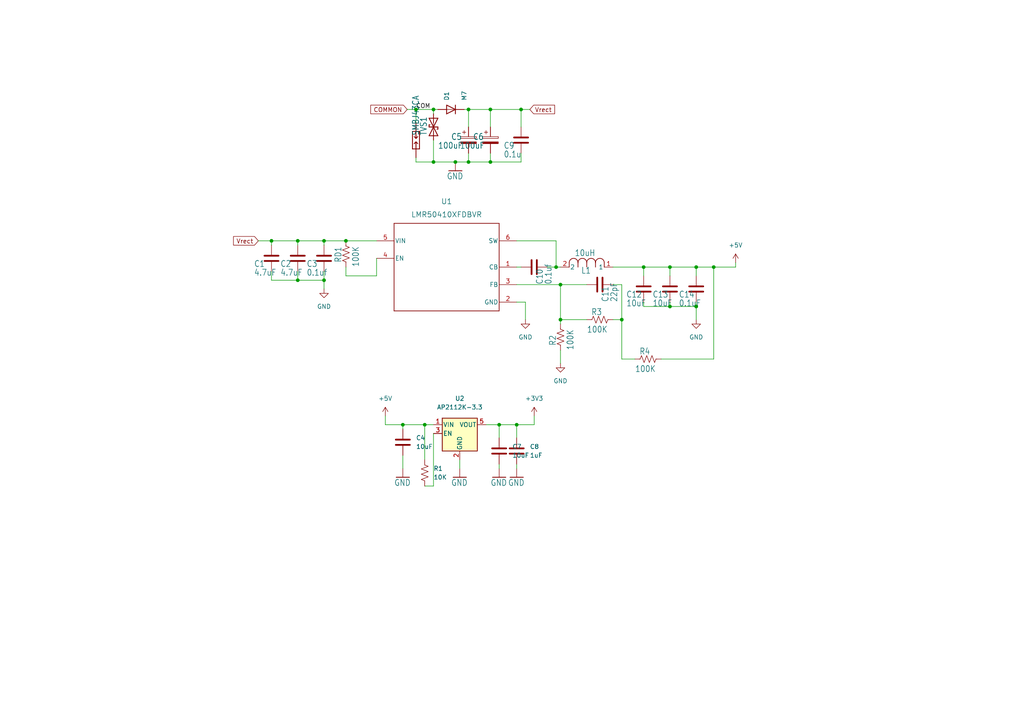
<source format=kicad_sch>
(kicad_sch (version 20230121) (generator eeschema)
  (paper "A4")
  (lib_symbols
    (symbol "7447714047 - 4.7uf Inductor:7447714047" (pin_names (offset 0.254))
      (property "Reference" "L" (at 6.985 5.08 0))
      (property "Value" "7447714047" (at 6.985 -2.54 0))
      (symbol "7447714047_1_1"
        (polyline (pts (xy 2.54 0) (xy 2.54 1.27)) (stroke (width 0.2032)))
        (polyline (pts (xy 5.08 0) (xy 5.08 1.27)) (stroke (width 0.2032)))
        (polyline (pts (xy 7.62 0) (xy 7.62 1.27)) (stroke (width 0.2032)))
        (polyline (pts (xy 10.16 0) (xy 10.16 1.27)) (stroke (width 0.2032)))
        (polyline (pts (xy 12.7 0) (xy 12.7 1.27)) (stroke (width 0.2032)))
        (arc (start 5.08 1.27) (mid 3.81 2.5345) (end 2.54 1.27) (stroke (width 0.2032)))
        (arc (start 7.62 1.27) (mid 6.35 2.5345) (end 5.08 1.27) (stroke (width 0.2032)))
        (arc (start 10.16 1.27) (mid 8.89 2.5345) (end 7.62 1.27) (stroke (width 0.2032)))
        (arc (start 12.7 1.27) (mid 11.43 2.5345) (end 10.16 1.27) (stroke (width 0.2032)))
        (pin unspecified line (at 15.24 0 180) (length 2.54) (name "1") (number "1"))
        (pin unspecified line (at 0 0 0) (length 2.54) (name "2") (number "2"))
      )
      (symbol "7447714047_1_2"
        (arc (start -1.27 5.08) (mid -2.5345 3.81) (end -1.27 2.54) (stroke (width 0.2032)))
        (arc (start -1.27 7.62) (mid -2.5345 6.35) (end -1.27 5.08) (stroke (width 0.2032)))
        (arc (start -1.27 10.16) (mid -2.5345 8.89) (end -1.27 7.62) (stroke (width 0.2032)))
        (arc (start -1.27 12.7) (mid -2.5345 11.43) (end -1.27 10.16) (stroke (width 0.2032)))
        (polyline (pts (xy 0 2.54) (xy -1.27 2.54)) (stroke (width 0.2032)))
        (polyline (pts (xy 0 5.08) (xy -1.27 5.08)) (stroke (width 0.2032)))
        (polyline (pts (xy 0 7.62) (xy -1.27 7.62)) (stroke (width 0.2032)))
        (polyline (pts (xy 0 10.16) (xy -1.27 10.16)) (stroke (width 0.2032)))
        (polyline (pts (xy 0 12.7) (xy -1.27 12.7)) (stroke (width 0.2032)))
        (pin unspecified line (at 0 15.24 270) (length 2.54) (name "1") (number "1"))
        (pin unspecified line (at 0 0 90) (length 2.54) (name "2") (number "2"))
      )
    )
    (symbol "Device:C" (pin_numbers hide) (pin_names (offset 0.254))
      (property "Reference" "C" (at 0.635 2.54 0))
      (property "Value" "C" (at 0.635 -2.54 0))
      (symbol "C_0_1"
        (polyline (pts (xy -2.032 -0.762) (xy 2.032 -0.762)) (stroke (width 0.508)))
        (polyline (pts (xy -2.032 0.762) (xy 2.032 0.762)) (stroke (width 0.508)))
      )
      (symbol "C_1_1"
        (pin passive line (at 0 3.81 270) (length 2.794) (name "~") (number "1"))
        (pin passive line (at 0 -3.81 90) (length 2.794) (name "~") (number "2"))
      )
    )
    (symbol "Device:C_Polarized" (pin_numbers hide) (pin_names (offset 0.254))
      (property "Reference" "C" (at 0.635 2.54 0))
      (property "Value" "C_Polarized" (at 0.635 -2.54 0))
      (symbol "C_Polarized_0_1"
        (rectangle (start -2.286 0.508) (end 2.286 1.016))
        (polyline (pts (xy -1.778 2.286) (xy -0.762 2.286)))
        (polyline (pts (xy -1.27 2.794) (xy -1.27 1.778)))
        (rectangle (start 2.286 -0.508) (end -2.286 -1.016) (fill (type outline)))
      )
      (symbol "C_Polarized_1_1"
        (pin passive line (at 0 3.81 270) (length 2.794) (name "~") (number "1"))
        (pin passive line (at 0 -3.81 90) (length 2.794) (name "~") (number "2"))
      )
    )
    (symbol "Device:R_US" (pin_numbers hide) (pin_names (offset 0))
      (property "Reference" "R" (at 2.54 0 90))
      (property "Value" "R_US" (at -2.54 0 90))
      (symbol "R_US_0_1"
        (polyline (pts (xy 0 -2.286) (xy 0 -2.54)))
        (polyline (pts (xy 0 2.286) (xy 0 2.54)))
        (polyline (pts (xy 0 -0.762) (xy 1.016 -1.143) (xy 0 -1.524) (xy -1.016 -1.905) (xy 0 -2.286)))
        (polyline (pts (xy 0 0.762) (xy 1.016 0.381) (xy 0 0) (xy -1.016 -0.381) (xy 0 -0.762)))
        (polyline (pts (xy 0 2.286) (xy 1.016 1.905) (xy 0 1.524) (xy -1.016 1.143) (xy 0 0.762)))
      )
      (symbol "R_US_1_1"
        (pin passive line (at 0 3.81 270) (length 1.27) (name "~") (number "1"))
        (pin passive line (at 0 -3.81 90) (length 1.27) (name "~") (number "2"))
      )
    )
    (symbol "Diode:MRA4007T3G" (pin_numbers hide) (pin_names hide)
      (property "Reference" "D" (at 0 2.54 0))
      (property "Value" "MRA4007T3G" (at 0 -2.54 0))
      (symbol "MRA4007T3G_0_1"
        (polyline (pts (xy -1.27 1.27) (xy -1.27 -1.27)) (stroke (width 0.254)))
        (polyline (pts (xy 1.27 0) (xy -1.27 0)))
        (polyline (pts (xy 1.27 1.27) (xy 1.27 -1.27) (xy -1.27 0) (xy 1.27 1.27)) (stroke (width 0.254)))
      )
      (symbol "MRA4007T3G_1_1"
        (pin passive line (at -3.81 0 0) (length 2.54) (name "K") (number "1"))
        (pin passive line (at 3.81 0 180) (length 2.54) (name "A") (number "2"))
      )
    )
    (symbol "LMR50410XFDBVR:LMR50410XFDBVR" (pin_names (offset 0.254))
      (property "Reference" "U" (at 0 2.54 0))
      (property "Value" "LMR50410XFDBVR" (at 0 0 0))
      (symbol "LMR50410XFDBVR_0_1"
        (polyline (pts (xy -15.24 -12.7) (xy 15.24 -12.7)) (stroke (width 0.2032)))
        (polyline (pts (xy -15.24 12.7) (xy -15.24 -12.7)) (stroke (width 0.2032)))
        (polyline (pts (xy 15.24 -12.7) (xy 15.24 12.7)) (stroke (width 0.2032)))
        (polyline (pts (xy 15.24 12.7) (xy -15.24 12.7)) (stroke (width 0.2032)))
        (pin unspecified line (at 20.32 0 180) (length 5.08) (name "CB") (number "1"))
        (pin power_in line (at 20.32 -10.16 180) (length 5.08) (name "GND") (number "2"))
        (pin unspecified line (at 20.32 -5.08 180) (length 5.08) (name "FB") (number "3"))
        (pin input line (at -20.32 2.54 0) (length 5.08) (name "EN") (number "4"))
        (pin power_in line (at -20.32 7.62 0) (length 5.08) (name "VIN") (number "5"))
        (pin unspecified line (at 20.32 7.62 180) (length 5.08) (name "SW") (number "6"))
      )
    )
    (symbol "Regulator_Linear:AP2112K-3.3" (pin_names (offset 0.254))
      (property "Reference" "U" (at -5.08 5.715 0))
      (property "Value" "AP2112K-3.3" (at 0 5.715 0))
      (symbol "AP2112K-3.3_0_1"
        (rectangle (start -5.08 4.445) (end 5.08 -5.08) (stroke (width 0.254)) (fill (type background)))
      )
      (symbol "AP2112K-3.3_1_1"
        (pin power_in line (at -7.62 2.54 0) (length 2.54) (name "VIN") (number "1"))
        (pin power_in line (at 0 -7.62 90) (length 2.54) (name "GND") (number "2"))
        (pin input line (at -7.62 0 0) (length 2.54) (name "EN") (number "3"))
        (pin no_connect line (at 5.08 0 180) (length 2.54) hide (name "NC") (number "4"))
        (pin power_out line (at 7.62 2.54 180) (length 2.54) (name "VOUT") (number "5"))
      )
    )
    (symbol "TVSSMB_1"
      (property "Reference" "TVS2" (at -1.27 1.905 0))
      (property "Value" "TVSSMB_1" (at -1.27 4.191 0))
      (symbol "TVSSMB_1_1_0"
        (polyline (pts (xy -1.27 -1.27) (xy 1.27 0)) (stroke (width 0.254)))
        (polyline (pts (xy -1.27 1.27) (xy -1.27 -1.27)) (stroke (width 0.254)))
        (polyline (pts (xy 0 0) (xy 1.27 0)) (stroke (width 0.1524)))
        (polyline (pts (xy 0.635 -1.016) (xy 0.635 -1.27)) (stroke (width 0.254)))
        (polyline (pts (xy 1.27 -1.27) (xy 0.635 -1.27)) (stroke (width 0.254)))
        (polyline (pts (xy 1.27 0) (xy -1.27 1.27)) (stroke (width 0.254)))
        (polyline (pts (xy 1.27 0) (xy 1.27 -1.27)) (stroke (width 0.254)))
        (polyline (pts (xy 1.27 0) (xy 2.54 0)) (stroke (width 0.1524)))
        (polyline (pts (xy 1.27 0) (xy 3.81 1.27)) (stroke (width 0.254)))
        (polyline (pts (xy 1.27 1.27) (xy 1.27 0)) (stroke (width 0.254)))
        (polyline (pts (xy 1.905 1.27) (xy 1.27 1.27)) (stroke (width 0.254)))
        (polyline (pts (xy 1.905 1.27) (xy 1.905 1.016)) (stroke (width 0.254)))
        (polyline (pts (xy 3.81 -1.27) (xy 1.27 0)) (stroke (width 0.254)))
        (polyline (pts (xy 3.81 1.27) (xy 3.81 -1.27)) (stroke (width 0.254)))
        (pin passive line (at -2.54 0 0) (length 2.54) (name "A") (number "1"))
        (pin passive line (at 5.08 0 180) (length 2.54) (name "C") (number "2"))
      )
    )
    (symbol "o-eagle-import:GND" (power)
      (property "Value" "GND" (at -2.54 -2.54 0))
      (symbol "GND_1_0"
        (polyline (pts (xy -1.905 0) (xy 1.905 0)) (stroke (width 0.254)))
        (pin power_in line (at 0 2.54 270) (length 2.54) (name "GND") (number "1"))
      )
    )
    (symbol "o-eagle-import:PCB-SGAP"
      (property "Value" "PCB-SGAP" (at -2.54 -6.35 0))
      (symbol "PCB-SGAP_1_0"
        (polyline (pts (xy -2.54 -1.016) (xy -2.54 0)) (stroke (width 0.254)))
        (polyline (pts (xy -2.54 0) (xy -2.54 1.016)) (stroke (width 0.254)))
        (polyline (pts (xy -2.54 0) (xy -0.508 0)) (stroke (width 0.254)))
        (polyline (pts (xy -2.54 1.016) (xy 2.54 1.016)) (stroke (width 0.254)))
        (polyline (pts (xy -0.508 0) (xy -1.016 -0.508)) (stroke (width 0.254)))
        (polyline (pts (xy -0.508 0) (xy -1.016 0.508)) (stroke (width 0.254)))
        (polyline (pts (xy 0.508 0) (xy 1.016 -0.508)) (stroke (width 0.254)))
        (polyline (pts (xy 1.016 0.508) (xy 0.508 0)) (stroke (width 0.254)))
        (polyline (pts (xy 2.54 -1.016) (xy -2.54 -1.016)) (stroke (width 0.254)))
        (polyline (pts (xy 2.54 0) (xy 0.508 0)) (stroke (width 0.254)))
        (polyline (pts (xy 2.54 0) (xy 2.54 -1.016)) (stroke (width 0.254)))
        (polyline (pts (xy 2.54 1.016) (xy 2.54 0)) (stroke (width 0.254)))
        (pin passive line (at 5.08 0 180) (length 2.54) (name "1") (number "1"))
        (pin passive line (at -5.08 0 0) (length 2.54) (name "2") (number "2"))
      )
    )
    (symbol "power:+3V3" (power) (pin_names (offset 0))
      (property "Value" "+3V3" (at 0 3.556 0))
      (symbol "+3V3_0_1"
        (polyline (pts (xy -0.762 1.27) (xy 0 2.54)))
        (polyline (pts (xy 0 0) (xy 0 2.54)))
        (polyline (pts (xy 0 2.54) (xy 0.762 1.27)))
      )
      (symbol "+3V3_1_1"
        (pin power_in line (at 0 0 90) (length 0) hide (name "+3V3") (number "1"))
      )
    )
    (symbol "power:+5V" (power) (pin_names (offset 0))
      (property "Value" "+5V" (at 0 3.556 0))
      (symbol "+5V_0_1"
        (polyline (pts (xy -0.762 1.27) (xy 0 2.54)))
        (polyline (pts (xy 0 0) (xy 0 2.54)))
        (polyline (pts (xy 0 2.54) (xy 0.762 1.27)))
      )
      (symbol "+5V_1_1"
        (pin power_in line (at 0 0 90) (length 0) hide (name "+5V") (number "1"))
      )
    )
    (symbol "power:GND" (power) (pin_names (offset 0))
      (property "Value" "GND" (at 0 -3.81 0))
      (symbol "GND_0_1"
        (polyline (pts (xy 0 0) (xy 0 -1.27) (xy 1.27 -1.27) (xy 0 -2.54) (xy -1.27 -1.27) (xy 0 -1.27)))
      )
      (symbol "GND_1_1"
        (pin power_in line (at 0 0 270) (length 0) hide (name "GND") (number "1"))
      )
    )
  )
  (junction (at 162.56 92.71))
  (junction (at 142.24 31.75))
  (junction (at 125.73 46.99))
  (junction (at 162.56 82.55))
  (junction (at 161.29 77.47))
  (junction (at 116.84 123.19))
  (junction (at 149.86 123.19))
  (junction (at 78.74 69.85))
  (junction (at 201.93 88.9))
  (junction (at 144.78 123.19))
  (junction (at 201.93 77.47))
  (junction (at 125.73 31.75))
  (junction (at 135.89 46.99))
  (junction (at 207.01 77.47))
  (junction (at 194.31 77.47))
  (junction (at 123.19 123.19))
  (junction (at 93.98 81.28))
  (junction (at 194.31 88.9))
  (junction (at 120.65 31.75))
  (junction (at 86.36 69.85))
  (junction (at 132.08 46.99))
  (junction (at 151.13 31.75))
  (junction (at 186.69 77.47))
  (junction (at 100.33 69.85))
  (junction (at 180.34 92.71))
  (junction (at 142.24 46.99))
  (junction (at 135.89 31.75))
  (junction (at 86.36 81.28))
  (junction (at 93.98 69.85))
  (wire (pts (xy 111.76 123.19) (xy 116.84 123.19)))
  (wire (pts (xy 177.8 82.55) (xy 180.34 82.55)))
  (wire (pts (xy 149.86 123.19) (xy 154.94 123.19)))
  (wire (pts (xy 86.36 81.28) (xy 93.98 81.28)))
  (wire (pts (xy 162.56 82.55) (xy 170.18 82.55)))
  (wire (pts (xy 213.36 76.2) (xy 213.36 77.47)))
  (wire (pts (xy 135.89 31.75) (xy 135.89 36.83)))
  (wire (pts (xy 78.74 81.28) (xy 86.36 81.28)))
  (wire (pts (xy 186.69 88.9) (xy 194.31 88.9)))
  (wire (pts (xy 125.73 40.64) (xy 125.73 46.99)))
  (wire (pts (xy 142.24 44.45) (xy 142.24 46.99)))
  (wire (pts (xy 125.73 31.75) (xy 125.73 33.02)))
  (wire (pts (xy 162.56 92.71) (xy 162.56 93.98)))
  (wire (pts (xy 194.31 88.9) (xy 201.93 88.9)))
  (wire (pts (xy 144.78 123.19) (xy 149.86 123.19)))
  (wire (pts (xy 93.98 69.85) (xy 93.98 71.12)))
  (wire (pts (xy 109.22 74.93) (xy 109.22 80.01)))
  (wire (pts (xy 151.13 31.75) (xy 153.67 31.75)))
  (wire (pts (xy 201.93 77.47) (xy 201.93 80.01)))
  (wire (pts (xy 134.62 31.75) (xy 135.89 31.75)))
  (wire (pts (xy 100.33 80.01) (xy 100.33 77.47)))
  (wire (pts (xy 109.22 80.01) (xy 100.33 80.01)))
  (wire (pts (xy 180.34 92.71) (xy 177.8 92.71)))
  (wire (pts (xy 111.76 120.65) (xy 111.76 123.19)))
  (wire (pts (xy 177.8 77.47) (xy 186.69 77.47)))
  (wire (pts (xy 191.77 104.14) (xy 207.01 104.14)))
  (wire (pts (xy 78.74 78.74) (xy 78.74 81.28)))
  (wire (pts (xy 149.86 87.63) (xy 152.4 87.63)))
  (wire (pts (xy 194.31 87.63) (xy 194.31 88.9)))
  (wire (pts (xy 201.93 88.9) (xy 201.93 92.71)))
  (wire (pts (xy 125.73 46.99) (xy 132.08 46.99)))
  (wire (pts (xy 86.36 69.85) (xy 93.98 69.85)))
  (wire (pts (xy 162.56 101.6) (xy 162.56 105.41)))
  (wire (pts (xy 149.86 123.19) (xy 149.86 127)))
  (wire (pts (xy 93.98 81.28) (xy 93.98 83.82)))
  (wire (pts (xy 152.4 87.63) (xy 152.4 92.71)))
  (wire (pts (xy 149.86 77.47) (xy 151.13 77.47)))
  (wire (pts (xy 120.65 31.75) (xy 125.73 31.75)))
  (wire (pts (xy 161.29 77.47) (xy 162.56 77.47)))
  (wire (pts (xy 93.98 78.74) (xy 93.98 81.28)))
  (wire (pts (xy 133.35 133.35) (xy 133.35 135.89)))
  (wire (pts (xy 194.31 77.47) (xy 201.93 77.47)))
  (wire (pts (xy 123.19 123.19) (xy 125.73 123.19)))
  (wire (pts (xy 154.94 120.65) (xy 154.94 123.19)))
  (wire (pts (xy 120.65 45.72) (xy 120.65 46.99)))
  (wire (pts (xy 180.34 104.14) (xy 184.15 104.14)))
  (wire (pts (xy 162.56 92.71) (xy 170.18 92.71)))
  (wire (pts (xy 149.86 134.62) (xy 149.86 135.89)))
  (wire (pts (xy 120.65 35.56) (xy 120.65 31.75)))
  (wire (pts (xy 116.84 123.19) (xy 123.19 123.19)))
  (wire (pts (xy 93.98 69.85) (xy 100.33 69.85)))
  (wire (pts (xy 127 31.75) (xy 125.73 31.75)))
  (wire (pts (xy 120.65 46.99) (xy 125.73 46.99)))
  (wire (pts (xy 162.56 82.55) (xy 162.56 92.71)))
  (wire (pts (xy 144.78 134.62) (xy 144.78 135.89)))
  (wire (pts (xy 116.84 132.08) (xy 116.84 135.89)))
  (wire (pts (xy 180.34 82.55) (xy 180.34 92.71)))
  (wire (pts (xy 125.73 140.97) (xy 125.73 125.73)))
  (wire (pts (xy 149.86 82.55) (xy 162.56 82.55)))
  (wire (pts (xy 142.24 46.99) (xy 151.13 46.99)))
  (wire (pts (xy 135.89 44.45) (xy 135.89 46.99)))
  (wire (pts (xy 207.01 77.47) (xy 213.36 77.47)))
  (wire (pts (xy 201.93 88.9) (xy 201.93 87.63)))
  (wire (pts (xy 123.19 123.19) (xy 123.19 133.35)))
  (wire (pts (xy 135.89 31.75) (xy 142.24 31.75)))
  (wire (pts (xy 135.89 46.99) (xy 142.24 46.99)))
  (wire (pts (xy 78.74 69.85) (xy 78.74 71.12)))
  (wire (pts (xy 144.78 123.19) (xy 144.78 127)))
  (wire (pts (xy 123.19 140.97) (xy 125.73 140.97)))
  (wire (pts (xy 132.08 46.99) (xy 135.89 46.99)))
  (wire (pts (xy 158.75 77.47) (xy 161.29 77.47)))
  (wire (pts (xy 207.01 104.14) (xy 207.01 77.47)))
  (wire (pts (xy 86.36 69.85) (xy 86.36 71.12)))
  (wire (pts (xy 180.34 92.71) (xy 180.34 104.14)))
  (wire (pts (xy 151.13 46.99) (xy 151.13 44.45)))
  (wire (pts (xy 78.74 69.85) (xy 86.36 69.85)))
  (wire (pts (xy 116.84 123.19) (xy 116.84 124.46)))
  (wire (pts (xy 142.24 31.75) (xy 142.24 36.83)))
  (wire (pts (xy 201.93 77.47) (xy 207.01 77.47)))
  (wire (pts (xy 186.69 77.47) (xy 186.69 80.01)))
  (wire (pts (xy 186.69 87.63) (xy 186.69 88.9)))
  (wire (pts (xy 74.93 69.85) (xy 78.74 69.85)))
  (wire (pts (xy 149.86 69.85) (xy 161.29 69.85)))
  (wire (pts (xy 186.69 77.47) (xy 194.31 77.47)))
  (wire (pts (xy 161.29 69.85) (xy 161.29 77.47)))
  (wire (pts (xy 140.97 123.19) (xy 144.78 123.19)))
  (wire (pts (xy 86.36 78.74) (xy 86.36 81.28)))
  (wire (pts (xy 100.33 69.85) (xy 109.22 69.85)))
  (wire (pts (xy 151.13 36.83) (xy 151.13 31.75)))
  (wire (pts (xy 118.11 31.75) (xy 120.65 31.75)))
  (wire (pts (xy 142.24 31.75) (xy 151.13 31.75)))
  (wire (pts (xy 194.31 77.47) (xy 194.31 80.01)))
  (label "COM" (at 120.65 31.75 0) (effects (font (size 1.2446 1.2446))))
  (global_label "Vrect" (shape input) (at 74.93 69.85 180) (property "Intersheetrefs" "${INTERSHEET_REFS}" (effects hide)))
  (global_label "Vrect" (shape input) (at 153.67 31.75 0) (property "Intersheetrefs" "${INTERSHEET_REFS}" (effects hide)))
  (global_label "COMMON" (shape input) (at 118.11 31.75 180) (property "Intersheetrefs" "${INTERSHEET_REFS}" (effects hide)))
  (symbol (lib_id "power:+3V3") (at 154.94 120.65 0) (unit 1)
    (property "Reference" "#PWR04" (effects hide))
    (property "Value" "+3V3" (at 154.94 115.57 0))
    (instances (project "" (path "" (reference "#PWR04") (unit 1))) (project "OpenSprinkler" (path "" (reference "#PWR09") (unit 1))) (project "OpenSprinklerNew" (path "" (reference "#PWR04") (unit 1)) (path "" (reference "#PWR04") (unit 1))))
  )
  (symbol (lib_id "Device:C") (at 151.13 40.64 0) (unit 1)
    (property "Reference" "C9" (at 146.05 43.18 0) (effects (font (size 1.778 1.5113)) (justify left bottom)))
    (property "Value" "0.1u" (at 146.05 45.72 0) (effects (font (size 1.778 1.5113)) (justify left bottom)))
    (property "Footprint" "Capacitor_SMD:C_1206_3216Metric_Pad1.33x1.80mm_HandSolder" (effects hide))
    (instances (project "" (path "" (reference "C9") (unit 1))) (project "OpenSprinkler" (path "" (reference "C24") (unit 1))) (project "OpenSprinklerNew" (path "" (reference "C9") (unit 1)) (path "" (reference "C9") (unit 1))))
  )
  (symbol (lib_id "o-eagle-import:GND") (at 132.08 49.53 0) (unit 1)
    (property "Reference" "#GND02" (effects hide))
    (property "Value" "GND" (at 129.54 52.07 0) (effects (font (size 1.778 1.5113)) (justify left bottom)))
    (property "Footprint" "o:" (effects hide))
  )
  (symbol (lib_id "power:GND") (at 93.98 83.82 0) (unit 1)
    (property "Reference" "#PWR01" (effects hide))
    (property "Value" "GND" (at 93.98 88.9 0))
    (instances (project "" (path "" (reference "#PWR01") (unit 1))) (project "OpenSprinkler" (path "" (reference "#PWR06") (unit 1))) (project "OpenSprinklerNew" (path "" (reference "#PWR01") (unit 1)) (path "" (reference "#PWR01") (unit 1))))
  )
  (symbol (lib_id "7447714047 - 4.7uf Inductor:7447714047") (at 162.56 77.47 0) (unit 1)
    (property "Reference" "L1" (at 171.45 77.47 0) (effects (font (size 1.778 1.5113)) (justify right top)))
    (property "Value" "10uH" (at 172.72 72.39 0) (effects (font (size 1.778 1.5113)) (justify right top)))
    (property "Footprint" "7447714047:IND_1050P-WE-PD_WRE" (effects hide))
    (property "Datasheet" "7447714047" (effects hide))
  )
  (symbol (lib_id "power:GND") (at 162.56 105.41 0) (unit 1)
    (property "Reference" "#PWR05" (effects hide))
    (property "Value" "GND" (at 162.56 110.49 0))
    (instances (project "" (path "" (reference "#PWR05") (unit 1))) (project "OpenSprinkler" (path "" (reference "#PWR010") (unit 1))) (project "OpenSprinklerNew" (path "" (reference "#PWR05") (unit 1)) (path "" (reference "#PWR05") (unit 1))))
  )
  (symbol (lib_id "Device:R_US") (at 100.33 73.66 180) (unit 1)
    (property "Reference" "RD1" (at 99.06 76.2 90) (effects (font (size 1.778 1.5113)) (justify right top)))
    (property "Value" "100K" (at 104.14 77.47 90) (effects (font (size 1.778 1.5113)) (justify right top)))
    (property "Footprint" "Resistor_SMD:R_0603_1608Metric_Pad0.98x0.95mm_HandSolder" (effects hide))
    (instances (project "" (path "" (reference "RD1") (unit 1))) (project "OpenSprinkler" (path "" (reference "RD2") (unit 1))) (project "OpenSprinklerNew" (path "" (reference "RD1") (unit 1)) (path "" (reference "RD1") (unit 1))))
  )
  (symbol (lib_id "Device:C") (at 186.69 83.82 0) (unit 1)
    (property "Reference" "C12" (at 181.61 86.36 0) (effects (font (size 1.778 1.5113)) (justify left bottom)))
    (property "Value" "10uF" (at 181.61 88.9 0) (effects (font (size 1.778 1.5113)) (justify left bottom)))
    (property "Footprint" "Capacitor_SMD:C_0805_2012Metric_Pad1.18x1.45mm_HandSolder" (effects hide))
    (instances (project "" (path "" (reference "C12") (unit 1))) (project "OpenSprinkler" (path "" (reference "C21") (unit 1))) (project "OpenSprinklerNew" (path "" (reference "C12") (unit 1)) (path "" (reference "C12") (unit 1))))
  )
  (symbol (lib_id "LMR50410XFDBVR:LMR50410XFDBVR") (at 129.54 77.47 0) (unit 1)
    (property "Reference" "U1" (at 129.54 58.42 0) (effects (font (size 1.524 1.524))))
    (property "Value" "LMR50410XFDBVR" (at 129.54 62.23 0) (effects (font (size 1.524 1.524))))
    (property "Footprint" "LMR50410XFDBVR:DBV0006A-IPC_A" (effects hide))
    (property "Datasheet" "LMR50410XFDBVR" (effects hide))
    (instances (project "" (path "" (reference "U1") (unit 1))) (project "OpenSprinkler" (path "" (reference "U2") (unit 1))) (project "OpenSprinklerNew" (path "" (reference "U1") (unit 1)) (path "" (reference "U1") (unit 1))))
  )
  (symbol (lib_id "power:GND") (at 201.93 92.71 0) (unit 1)
    (property "Reference" "#PWR06" (effects hide))
    (property "Value" "GND" (at 201.93 97.79 0))
    (instances (project "" (path "" (reference "#PWR06") (unit 1))) (project "OpenSprinkler" (path "" (reference "#PWR011") (unit 1))) (project "OpenSprinklerNew" (path "" (reference "#PWR06") (unit 1)) (path "" (reference "#PWR06") (unit 1))))
  )
  (symbol (lib_id "Device:R_US") (at 187.96 104.14 90) (unit 1)
    (property "Reference" "R4" (at 185.42 102.87 90) (effects (font (size 1.778 1.5113)) (justify right top)))
    (property "Value" "100K" (at 184.15 107.95 90) (effects (font (size 1.778 1.5113)) (justify right top)))
    (property "Footprint" "Resistor_SMD:R_0603_1608Metric_Pad0.98x0.95mm_HandSolder" (effects hide))
    (instances (project "" (path "" (reference "R4") (unit 1))) (project "OpenSprinkler" (path "" (reference "R30") (unit 1))) (project "OpenSprinklerNew" (path "" (reference "R4") (unit 1)) (path "" (reference "R4") (unit 1))))
  )
  (symbol (lib_id "Device:C") (at 149.86 130.81 0) (unit 1)
    (property "Reference" "C8" (at 153.67 129.5399 0) (effects (justify left)))
    (property "Value" "1uF" (at 153.67 132.0799 0) (effects (justify left)))
    (property "Footprint" "Capacitor_SMD:C_0805_2012Metric_Pad1.18x1.45mm_HandSolder" (effects hide))
    (instances (project "" (path "" (reference "C8") (unit 1))) (project "OpenSprinkler" (path "" (reference "C6") (unit 1))) (project "OpenSprinklerNew" (path "" (reference "C8") (unit 1)) (path "" (reference "C8") (unit 1))))
  )
  (symbol (lib_id "o-eagle-import:GND") (at 133.35 138.43 0) (unit 1)
    (property "Reference" "#GND03" (effects hide))
    (property "Value" "GND" (at 130.81 140.97 0) (effects (font (size 1.778 1.5113)) (justify left bottom)))
    (property "Footprint" "o:" (effects hide))
  )
  (symbol (lib_id "o-eagle-import:GND") (at 144.78 138.43 0) (unit 1)
    (property "Reference" "#GND04" (effects hide))
    (property "Value" "GND" (at 142.24 140.97 0) (effects (font (size 1.778 1.5113)) (justify left bottom)))
    (property "Footprint" "o:" (effects hide))
  )
  (symbol (lib_id "Device:C") (at 144.78 130.81 0) (unit 1)
    (property "Reference" "C7" (at 148.59 129.5399 0) (effects (justify left)))
    (property "Value" "10uF" (at 148.59 132.0799 0) (effects (justify left)))
    (property "Footprint" "Capacitor_SMD:C_0805_2012Metric_Pad1.18x1.45mm_HandSolder" (effects hide))
    (instances (project "" (path "" (reference "C7") (unit 1))) (project "OpenSprinkler" (path "" (reference "C5") (unit 1))) (project "OpenSprinklerNew" (path "" (reference "C7") (unit 1)) (path "" (reference "C7") (unit 1))))
  )
  (symbol (lib_id "Device:C") (at 78.74 74.93 0) (unit 1)
    (property "Reference" "C1" (at 73.66 77.47 0) (effects (font (size 1.778 1.5113)) (justify left bottom)))
    (property "Value" "4.7uF" (at 73.66 80.01 0) (effects (font (size 1.778 1.5113)) (justify left bottom)))
    (property "Footprint" "Capacitor_SMD:C_0805_2012Metric_Pad1.18x1.45mm_HandSolder" (effects hide))
    (instances (project "" (path "" (reference "C1") (unit 1))) (project "OpenSprinkler" (path "" (reference "C16") (unit 1))) (project "OpenSprinklerNew" (path "" (reference "C1") (unit 1)) (path "" (reference "C1") (unit 1))))
  )
  (symbol (lib_id "Device:C") (at 86.36 74.93 0) (unit 1)
    (property "Reference" "C2" (at 81.28 77.47 0) (effects (font (size 1.778 1.5113)) (justify left bottom)))
    (property "Value" "4.7uF" (at 81.28 80.01 0) (effects (font (size 1.778 1.5113)) (justify left bottom)))
    (property "Footprint" "Capacitor_SMD:C_0805_2012Metric_Pad1.18x1.45mm_HandSolder" (effects hide))
    (instances (project "" (path "" (reference "C2") (unit 1))) (project "OpenSprinkler" (path "" (reference "C17") (unit 1))) (project "OpenSprinklerNew" (path "" (reference "C2") (unit 1)) (path "" (reference "C2") (unit 1))))
  )
  (symbol (lib_id "Device:C") (at 93.98 74.93 0) (unit 1)
    (property "Reference" "C3" (at 88.9 77.47 0) (effects (font (size 1.778 1.5113)) (justify left bottom)))
    (property "Value" "0.1uf" (at 88.9 80.01 0) (effects (font (size 1.778 1.5113)) (justify left bottom)))
    (property "Footprint" "Capacitor_SMD:C_0603_1608Metric_Pad1.08x0.95mm_HandSolder" (effects hide))
    (instances (project "" (path "" (reference "C3") (unit 1))) (project "OpenSprinkler" (path "" (reference "C18") (unit 1))) (project "OpenSprinklerNew" (path "" (reference "C3") (unit 1)) (path "" (reference "C3") (unit 1))))
  )
  (symbol (lib_id "o-eagle-import:GND") (at 116.84 138.43 0) (unit 1)
    (property "Reference" "#GND01" (effects hide))
    (property "Value" "GND" (at 114.3 140.97 0) (effects (font (size 1.778 1.5113)) (justify left bottom)))
    (property "Footprint" "o:" (effects hide))
  )
  (symbol (lib_id "Device:C_Polarized") (at 135.89 40.64 0) (unit 1)
    (property "Reference" "C5" (at 130.81 40.64 0) (effects (font (size 1.778 1.5113)) (justify left bottom)))
    (property "Value" "100uF" (at 127 43.18 0) (effects (font (size 1.778 1.5113)) (justify left bottom)))
    (property "Footprint" "Capacitor_SMD:C_Elec_6.3x5.4" (effects hide))
    (instances (project "" (path "" (reference "C5") (unit 1))) (project "OpenSprinkler" (path "" (reference "C3") (unit 1))) (project "OpenSprinklerNew" (path "" (reference "C5") (unit 1)) (path "" (reference "C5") (unit 1))))
  )
  (symbol (lib_id "Device:C") (at 116.84 128.27 0) (unit 1)
    (property "Reference" "C4" (at 120.65 126.9999 0) (effects (justify left)))
    (property "Value" "10uF" (at 120.65 129.5399 0) (effects (justify left)))
    (property "Footprint" "Capacitor_SMD:C_0603_1608Metric_Pad1.08x0.95mm_HandSolder" (effects hide))
    (instances (project "" (path "" (reference "C4") (unit 1))) (project "OpenSprinkler" (path "" (reference "C2") (unit 1))) (project "OpenSprinklerNew" (path "" (reference "C4") (unit 1)) (path "" (reference "C4") (unit 1))))
  )
  (symbol (lib_id "Device:C") (at 173.99 82.55 90) (unit 1)
    (property "Reference" "C11" (at 176.53 87.63 0) (effects (font (size 1.778 1.5113)) (justify left bottom)))
    (property "Value" "22pF" (at 179.07 87.63 0) (effects (font (size 1.778 1.5113)) (justify left bottom)))
    (property "Footprint" "Capacitor_SMD:C_0603_1608Metric_Pad1.08x0.95mm_HandSolder" (effects hide))
    (instances (project "" (path "" (reference "C11") (unit 1))) (project "OpenSprinkler" (path "" (reference "C20") (unit 1))) (project "OpenSprinklerNew" (path "" (reference "C11") (unit 1)) (path "" (reference "C11") (unit 1))))
  )
  (symbol (lib_id "Device:R_US") (at 123.19 137.16 0) (unit 1)
    (property "Reference" "R1" (at 125.73 135.8899 0) (effects (justify left)))
    (property "Value" "10K" (at 125.73 138.4299 0) (effects (justify left)))
    (property "Footprint" "Resistor_SMD:R_0603_1608Metric_Pad0.98x0.95mm_HandSolder" (effects hide))
  )
  (symbol (lib_id "Device:C") (at 201.93 83.82 0) (unit 1)
    (property "Reference" "C14" (at 196.85 86.36 0) (effects (font (size 1.778 1.5113)) (justify left bottom)))
    (property "Value" "0.1uF" (at 196.85 88.9 0) (effects (font (size 1.778 1.5113)) (justify left bottom)))
    (property "Footprint" "Capacitor_SMD:C_0603_1608Metric_Pad1.08x0.95mm_HandSolder" (effects hide))
    (instances (project "" (path "" (reference "C14") (unit 1))) (project "OpenSprinkler" (path "" (reference "C23") (unit 1))) (project "OpenSprinklerNew" (path "" (reference "C14") (unit 1)) (path "" (reference "C14") (unit 1))))
  )
  (symbol (lib_id "Device:C_Polarized") (at 142.24 40.64 0) (unit 1)
    (property "Reference" "C6" (at 137.16 40.64 0) (effects (font (size 1.778 1.5113)) (justify left bottom)))
    (property "Value" "100uF" (at 133.35 43.18 0) (effects (font (size 1.778 1.5113)) (justify left bottom)))
    (property "Footprint" "Capacitor_SMD:C_Elec_6.3x5.4" (effects hide))
    (instances (project "" (path "" (reference "C6") (unit 1))) (project "OpenSprinkler" (path "" (reference "C4") (unit 1))) (project "OpenSprinklerNew" (path "" (reference "C6") (unit 1)) (path "" (reference "C6") (unit 1))))
  )
  (symbol (lib_id "power:GND") (at 152.4 92.71 0) (unit 1)
    (property "Reference" "#PWR03" (effects hide))
    (property "Value" "GND" (at 152.4 97.79 0))
    (instances (project "" (path "" (reference "#PWR03") (unit 1))) (project "OpenSprinkler" (path "" (reference "#PWR08") (unit 1))) (project "OpenSprinklerNew" (path "" (reference "#PWR03") (unit 1)) (path "" (reference "#PWR03") (unit 1))))
  )
  (symbol (lib_id "Regulator_Linear:AP2112K-3.3") (at 133.35 125.73 0) (unit 1)
    (property "Reference" "U2" (at 133.35 115.57 0))
    (property "Value" "AP2112K-3.3" (at 133.35 118.11 0))
    (property "Footprint" "Package_TO_SOT_SMD:SOT-23-5" (effects hide))
    (property "Datasheet" "https://www.diodes.com/assets/Datasheets/AP2112.pdf" (effects hide))
    (instances (project "" (path "" (reference "U2") (unit 1))) (project "OpenSprinkler" (path "" (reference "U3") (unit 1))) (project "OpenSprinklerNew" (path "" (reference "U2") (unit 1)) (path "" (reference "U2") (unit 1))))
  )
  (symbol (lib_id "o-eagle-import:PCB-SGAP") (at 120.65 40.64 90) (unit 1)
    (property "Reference" "SP1" (effects hide))
    (property "Value" "PCB-SGAP" (effects hide))
    (property "Footprint" "o:PCB-SGAP" (effects hide))
  )
  (symbol (lib_id "Device:R_US") (at 162.56 97.79 180) (unit 1)
    (property "Reference" "R2" (at 161.29 100.33 90) (effects (font (size 1.778 1.5113)) (justify right top)))
    (property "Value" "100K" (at 166.37 101.6 90) (effects (font (size 1.778 1.5113)) (justify right top)))
    (property "Footprint" "Resistor_SMD:R_0603_1608Metric_Pad0.98x0.95mm_HandSolder" (effects hide))
    (instances (project "" (path "" (reference "R2") (unit 1))) (project "OpenSprinkler" (path "" (reference "R28") (unit 1))) (project "OpenSprinklerNew" (path "" (reference "R2") (unit 1)) (path "" (reference "R2") (unit 1))))
  )
  (symbol (lib_id "Device:C") (at 194.31 83.82 0) (unit 1)
    (property "Reference" "C13" (at 189.23 86.36 0) (effects (font (size 1.778 1.5113)) (justify left bottom)))
    (property "Value" "10uF" (at 189.23 88.9 0) (effects (font (size 1.778 1.5113)) (justify left bottom)))
    (property "Footprint" "Capacitor_SMD:C_0805_2012Metric_Pad1.18x1.45mm_HandSolder" (effects hide))
    (instances (project "" (path "" (reference "C13") (unit 1))) (project "OpenSprinkler" (path "" (reference "C22") (unit 1))) (project "OpenSprinklerNew" (path "" (reference "C13") (unit 1)) (path "" (reference "C13") (unit 1))))
  )
  (symbol (lib_id "Diode:MRA4007T3G") (at 130.81 31.75 180) (unit 1)
    (property "Reference" "D1" (at 129.5399 29.21 90) (effects (justify right)))
    (property "Value" "M7" (at 134.6199 29.21 90) (effects (justify right)))
    (property "Footprint" "Diode_SMD:D_SMA" (effects hide))
    (property "Datasheet" "http://www.onsemi.com/pub_link/Collateral/MRA4003T3-D.PDF" (effects hide))
    (instances (project "" (path "" (reference "D1") (unit 1))) (project "OpenSprinkler" (path "" (reference "D2") (unit 1))) (project "OpenSprinklerNew" (path "" (reference "D1") (unit 1)) (path "" (reference "D1") (unit 1))))
  )
  (symbol (lib_id "power:+5V") (at 111.76 120.65 0) (unit 1)
    (property "Reference" "#PWR02" (effects hide))
    (property "Value" "+5V" (at 111.76 115.57 0))
    (instances (project "" (path "" (reference "#PWR02") (unit 1))) (project "OpenSprinkler" (path "" (reference "#PWR07") (unit 1))) (project "OpenSprinklerNew" (path "" (reference "#PWR02") (unit 1)) (path "" (reference "#PWR02") (unit 1))))
  )
  (symbol (lib_id "o-eagle-import:GND") (at 149.86 138.43 0) (unit 1)
    (property "Reference" "#GND05" (effects hide))
    (property "Value" "GND" (at 147.32 140.97 0) (effects (font (size 1.778 1.5113)) (justify left bottom)))
    (property "Footprint" "o:" (effects hide))
  )
  (symbol (lib_id "Device:R_US") (at 173.99 92.71 90) (unit 1)
    (property "Reference" "R3" (at 171.45 91.44 90) (effects (font (size 1.778 1.5113)) (justify right top)))
    (property "Value" "100K" (at 170.18 96.52 90) (effects (font (size 1.778 1.5113)) (justify right top)))
    (property "Footprint" "Resistor_SMD:R_0603_1608Metric_Pad0.98x0.95mm_HandSolder" (effects hide))
    (instances (project "" (path "" (reference "R3") (unit 1))) (project "OpenSprinkler" (path "" (reference "R29") (unit 1))) (project "OpenSprinklerNew" (path "" (reference "R3") (unit 1)) (path "" (reference "R3") (unit 1))))
  )
  (symbol (lib_id "Device:C") (at 154.94 77.47 90) (unit 1)
    (property "Reference" "C10" (at 157.48 82.55 0) (effects (font (size 1.778 1.5113)) (justify left bottom)))
    (property "Value" "0.1uf" (at 160.02 82.55 0) (effects (font (size 1.778 1.5113)) (justify left bottom)))
    (property "Footprint" "Capacitor_SMD:C_0603_1608Metric_Pad1.08x0.95mm_HandSolder" (effects hide))
    (instances (project "" (path "" (reference "C10") (unit 1))) (project "OpenSprinkler" (path "" (reference "C19") (unit 1))) (project "OpenSprinklerNew" (path "" (reference "C10") (unit 1)) (path "" (reference "C10") (unit 1))))
  )
  (symbol (lib_id "power:+5V") (at 213.36 76.2 0) (unit 1)
    (property "Reference" "#PWR07" (effects hide))
    (property "Value" "+5V" (at 213.36 71.12 0))
    (instances (project "" (path "" (reference "#PWR07") (unit 1))) (project "OpenSprinkler" (path "" (reference "#PWR012") (unit 1))) (project "OpenSprinklerNew" (path "" (reference "#PWR07") (unit 1)) (path "" (reference "#PWR07") (unit 1))))
  )
  (symbol (lib_name "TVSSMB_1") (lib_id "o-eagle-import:TVSSMB") (at 125.73 38.1 90) (unit 1)
    (property "Reference" "TVS1" (at 123.825 39.37 0) (effects (font (size 1.778 1.5113)) (justify left bottom)))
    (property "Value" "SMBJ43CA" (at 121.539 39.37 0) (effects (font (size 1.778 1.5113)) (justify left bottom)))
    (property "Footprint" "SMBJ43CA:SMBJSeries_LTF" (effects hide))
  )
)
</source>
